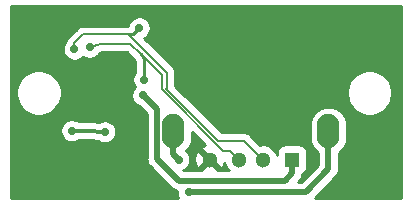
<source format=gbl>
G04 #@! TF.GenerationSoftware,KiCad,Pcbnew,5.1.9-73d0e3b20d~88~ubuntu18.04.1*
G04 #@! TF.CreationDate,2021-03-21T21:20:43-07:00*
G04 #@! TF.ProjectId,accelgyro_mpu6050_d2br2,61636365-6c67-4797-926f-5f6d70753630,rev?*
G04 #@! TF.SameCoordinates,Original*
G04 #@! TF.FileFunction,Copper,L2,Bot*
G04 #@! TF.FilePolarity,Positive*
%FSLAX46Y46*%
G04 Gerber Fmt 4.6, Leading zero omitted, Abs format (unit mm)*
G04 Created by KiCad (PCBNEW 5.1.9-73d0e3b20d~88~ubuntu18.04.1) date 2021-03-21 21:20:43*
%MOMM*%
%LPD*%
G01*
G04 APERTURE LIST*
G04 #@! TA.AperFunction,ComponentPad*
%ADD10R,1.300000X1.300000*%
G04 #@! TD*
G04 #@! TA.AperFunction,ComponentPad*
%ADD11C,1.300000*%
G04 #@! TD*
G04 #@! TA.AperFunction,ComponentPad*
%ADD12O,1.900000X2.900000*%
G04 #@! TD*
G04 #@! TA.AperFunction,ComponentPad*
%ADD13C,0.600000*%
G04 #@! TD*
G04 #@! TA.AperFunction,SMDPad,CuDef*
%ADD14R,2.499360X2.499360*%
G04 #@! TD*
G04 #@! TA.AperFunction,ViaPad*
%ADD15C,0.700000*%
G04 #@! TD*
G04 #@! TA.AperFunction,Conductor*
%ADD16C,0.200000*%
G04 #@! TD*
G04 #@! TA.AperFunction,Conductor*
%ADD17C,0.250000*%
G04 #@! TD*
G04 #@! TA.AperFunction,Conductor*
%ADD18C,0.300000*%
G04 #@! TD*
G04 #@! TA.AperFunction,Conductor*
%ADD19C,0.500000*%
G04 #@! TD*
G04 #@! TA.AperFunction,Conductor*
%ADD20C,0.254000*%
G04 #@! TD*
G04 #@! TA.AperFunction,Conductor*
%ADD21C,0.150000*%
G04 #@! TD*
G04 APERTURE END LIST*
D10*
X159456000Y-105648000D03*
D11*
X156956000Y-105648000D03*
X154956000Y-105648000D03*
X152456000Y-105648000D03*
D12*
X162526000Y-103248000D03*
X149386000Y-103248000D03*
D13*
X143000000Y-100000000D03*
X143762000Y-99238000D03*
X142238000Y-99238000D03*
X143762000Y-100762000D03*
X142238000Y-100762000D03*
D14*
X143000000Y-100000000D03*
D15*
X142300000Y-96150000D03*
X146900000Y-98900000D03*
X141000000Y-96300000D03*
X146500000Y-94500000D03*
X146800000Y-100200000D03*
X143600000Y-103300000D03*
X140800000Y-103200000D03*
X149860000Y-105664000D03*
X150680000Y-108400000D03*
D16*
X143300000Y-95850000D02*
X142300000Y-96150000D01*
X154924000Y-105648000D02*
X154178000Y-104902000D01*
X153602000Y-104902000D02*
X148400000Y-99700000D01*
X148400000Y-99700000D02*
X148400000Y-98500000D01*
X154956000Y-105648000D02*
X154924000Y-105648000D01*
X154178000Y-104902000D02*
X153602000Y-104902000D01*
X145750000Y-95850000D02*
X143300000Y-95850000D01*
X148400000Y-98500000D02*
X146650000Y-96750000D01*
X146650000Y-96750000D02*
X145750000Y-95850000D01*
D17*
X146900000Y-97100000D02*
X146650000Y-96750000D01*
X146900000Y-98900000D02*
X146900000Y-97100000D01*
D16*
X141000000Y-95800000D02*
X141000000Y-96300000D01*
X141750000Y-95050000D02*
X141000000Y-95800000D01*
X145650000Y-95050000D02*
X141750000Y-95050000D01*
X153200000Y-104050000D02*
X148800000Y-99650000D01*
X148844000Y-99606000D02*
X148800000Y-99650000D01*
X145650000Y-95104000D02*
X148844000Y-98298000D01*
X145650000Y-95050000D02*
X145650000Y-95104000D01*
X148844000Y-98298000D02*
X148844000Y-99606000D01*
X154014000Y-104050000D02*
X155358000Y-104050000D01*
X155358000Y-104050000D02*
X156956000Y-105648000D01*
X154014000Y-104050000D02*
X153200000Y-104050000D01*
D17*
X145950000Y-95050000D02*
X145650000Y-95050000D01*
X146500000Y-94500000D02*
X145950000Y-95050000D01*
D18*
X142900000Y-103300000D02*
X143600000Y-103300000D01*
X142800000Y-103200000D02*
X142900000Y-103300000D01*
X140800000Y-103200000D02*
X142800000Y-103200000D01*
D19*
X148000000Y-101400000D02*
X148000000Y-105582000D01*
X146800000Y-100200000D02*
X148000000Y-101400000D01*
X148000000Y-105582000D02*
X149860000Y-107442000D01*
X158812000Y-107442000D02*
X157988000Y-107442000D01*
X159456000Y-106798000D02*
X158812000Y-107442000D01*
X159456000Y-105648000D02*
X159456000Y-106798000D01*
X149860000Y-107442000D02*
X157988000Y-107442000D01*
X160216000Y-108400000D02*
X160586000Y-108400000D01*
X162526000Y-106460000D02*
X162526000Y-103248000D01*
X160586000Y-108400000D02*
X162526000Y-106460000D01*
X149386000Y-103248000D02*
X149386000Y-105190000D01*
X149386000Y-105190000D02*
X149860000Y-105664000D01*
X150680000Y-108400000D02*
X160216000Y-108400000D01*
D20*
X168673000Y-108873000D02*
X161353265Y-108873000D01*
X163115669Y-107110596D01*
X163149133Y-107083133D01*
X163258727Y-106949592D01*
X163340162Y-106797237D01*
X163390310Y-106631922D01*
X163403000Y-106503079D01*
X163403000Y-106503070D01*
X163407242Y-106460001D01*
X163403000Y-106416931D01*
X163403000Y-105067375D01*
X163406373Y-105065572D01*
X163646503Y-104868503D01*
X163843572Y-104628373D01*
X163990007Y-104354412D01*
X164080182Y-104057146D01*
X164103000Y-103825469D01*
X164103000Y-102670531D01*
X164080182Y-102438854D01*
X163990007Y-102141588D01*
X163843572Y-101867627D01*
X163646503Y-101627497D01*
X163406372Y-101430428D01*
X163132411Y-101283993D01*
X162835145Y-101193818D01*
X162526000Y-101163370D01*
X162216854Y-101193818D01*
X161919588Y-101283993D01*
X161645627Y-101430428D01*
X161405497Y-101627497D01*
X161208428Y-101867628D01*
X161061993Y-102141589D01*
X160971818Y-102438855D01*
X160949000Y-102670532D01*
X160949000Y-103825469D01*
X160971818Y-104057146D01*
X161061993Y-104354412D01*
X161208428Y-104628373D01*
X161405498Y-104868503D01*
X161645628Y-105065572D01*
X161649000Y-105067375D01*
X161649000Y-106096735D01*
X160222735Y-107523000D01*
X159971265Y-107523000D01*
X160045668Y-107448597D01*
X160079133Y-107421133D01*
X160188727Y-107287592D01*
X160270162Y-107135237D01*
X160320310Y-106969922D01*
X160322313Y-106949591D01*
X160328607Y-106885686D01*
X160347103Y-106880075D01*
X160456028Y-106821853D01*
X160551501Y-106743501D01*
X160629853Y-106648028D01*
X160688075Y-106539103D01*
X160723927Y-106420913D01*
X160736033Y-106298000D01*
X160736033Y-104998000D01*
X160723927Y-104875087D01*
X160688075Y-104756897D01*
X160629853Y-104647972D01*
X160551501Y-104552499D01*
X160456028Y-104474147D01*
X160347103Y-104415925D01*
X160228913Y-104380073D01*
X160106000Y-104367967D01*
X158806000Y-104367967D01*
X158683087Y-104380073D01*
X158564897Y-104415925D01*
X158455972Y-104474147D01*
X158360499Y-104552499D01*
X158282147Y-104647972D01*
X158223925Y-104756897D01*
X158188073Y-104875087D01*
X158175967Y-104998000D01*
X158175967Y-105256298D01*
X158087663Y-105043114D01*
X157947911Y-104833960D01*
X157770040Y-104656089D01*
X157560886Y-104516337D01*
X157328487Y-104420074D01*
X157081774Y-104371000D01*
X156830226Y-104371000D01*
X156727555Y-104391422D01*
X155897326Y-103561194D01*
X155874554Y-103533446D01*
X155763853Y-103442597D01*
X155637557Y-103375090D01*
X155500517Y-103333520D01*
X155393708Y-103323000D01*
X155358000Y-103319483D01*
X155322292Y-103323000D01*
X153501134Y-103323000D01*
X149988340Y-99810207D01*
X164073000Y-99810207D01*
X164073000Y-100189793D01*
X164147053Y-100562085D01*
X164292315Y-100912777D01*
X164503201Y-101228391D01*
X164771609Y-101496799D01*
X165087223Y-101707685D01*
X165437915Y-101852947D01*
X165810207Y-101927000D01*
X166189793Y-101927000D01*
X166562085Y-101852947D01*
X166912777Y-101707685D01*
X167228391Y-101496799D01*
X167496799Y-101228391D01*
X167707685Y-100912777D01*
X167852947Y-100562085D01*
X167927000Y-100189793D01*
X167927000Y-99810207D01*
X167852947Y-99437915D01*
X167707685Y-99087223D01*
X167496799Y-98771609D01*
X167228391Y-98503201D01*
X166912777Y-98292315D01*
X166562085Y-98147053D01*
X166189793Y-98073000D01*
X165810207Y-98073000D01*
X165437915Y-98147053D01*
X165087223Y-98292315D01*
X164771609Y-98503201D01*
X164503201Y-98771609D01*
X164292315Y-99087223D01*
X164147053Y-99437915D01*
X164073000Y-99810207D01*
X149988340Y-99810207D01*
X149571000Y-99392868D01*
X149571000Y-98333707D01*
X149574517Y-98297999D01*
X149560480Y-98155482D01*
X149518910Y-98018443D01*
X149515029Y-98011182D01*
X149451403Y-97892147D01*
X149360553Y-97781446D01*
X149332816Y-97758683D01*
X146946629Y-95372497D01*
X146962783Y-95365806D01*
X147122801Y-95258885D01*
X147258885Y-95122801D01*
X147365806Y-94962783D01*
X147439454Y-94784980D01*
X147477000Y-94596226D01*
X147477000Y-94403774D01*
X147439454Y-94215020D01*
X147365806Y-94037217D01*
X147258885Y-93877199D01*
X147122801Y-93741115D01*
X146962783Y-93634194D01*
X146784980Y-93560546D01*
X146596226Y-93523000D01*
X146403774Y-93523000D01*
X146215020Y-93560546D01*
X146037217Y-93634194D01*
X145877199Y-93741115D01*
X145741115Y-93877199D01*
X145634194Y-94037217D01*
X145560546Y-94215020D01*
X145542661Y-94304934D01*
X145502582Y-94308881D01*
X145456039Y-94323000D01*
X141785707Y-94323000D01*
X141749999Y-94319483D01*
X141607482Y-94333520D01*
X141575587Y-94343195D01*
X141470443Y-94375090D01*
X141344147Y-94442597D01*
X141233446Y-94533446D01*
X141210679Y-94561189D01*
X140511189Y-95260679D01*
X140483446Y-95283447D01*
X140392597Y-95394148D01*
X140333511Y-95504689D01*
X140325090Y-95520444D01*
X140293399Y-95624915D01*
X140241115Y-95677199D01*
X140134194Y-95837217D01*
X140060546Y-96015020D01*
X140023000Y-96203774D01*
X140023000Y-96396226D01*
X140060546Y-96584980D01*
X140134194Y-96762783D01*
X140241115Y-96922801D01*
X140377199Y-97058885D01*
X140537217Y-97165806D01*
X140715020Y-97239454D01*
X140903774Y-97277000D01*
X141096226Y-97277000D01*
X141284980Y-97239454D01*
X141462783Y-97165806D01*
X141622801Y-97058885D01*
X141734508Y-96947178D01*
X141837217Y-97015806D01*
X142015020Y-97089454D01*
X142203774Y-97127000D01*
X142396226Y-97127000D01*
X142584980Y-97089454D01*
X142762783Y-97015806D01*
X142922801Y-96908885D01*
X143058885Y-96772801D01*
X143135316Y-96658415D01*
X143406698Y-96577000D01*
X145448868Y-96577000D01*
X145999944Y-97128076D01*
X146016603Y-97157033D01*
X146148001Y-97340990D01*
X146148000Y-98270314D01*
X146141115Y-98277199D01*
X146034194Y-98437217D01*
X145960546Y-98615020D01*
X145923000Y-98803774D01*
X145923000Y-98996226D01*
X145960546Y-99184980D01*
X146034194Y-99362783D01*
X146122849Y-99495465D01*
X146041115Y-99577199D01*
X145934194Y-99737217D01*
X145860546Y-99915020D01*
X145823000Y-100103774D01*
X145823000Y-100296226D01*
X145860546Y-100484980D01*
X145934194Y-100662783D01*
X146041115Y-100822801D01*
X146177199Y-100958885D01*
X146337217Y-101065806D01*
X146487995Y-101128260D01*
X147123000Y-101763265D01*
X147123001Y-105538911D01*
X147118757Y-105582000D01*
X147135690Y-105753922D01*
X147185838Y-105919236D01*
X147267274Y-106071592D01*
X147349406Y-106171671D01*
X147349409Y-106171674D01*
X147376868Y-106205133D01*
X147410327Y-106232592D01*
X149209403Y-108031668D01*
X149236867Y-108065133D01*
X149370408Y-108174727D01*
X149522763Y-108256162D01*
X149688078Y-108306310D01*
X149703000Y-108307780D01*
X149703000Y-108496226D01*
X149740546Y-108684980D01*
X149814194Y-108862783D01*
X149821021Y-108873000D01*
X135677000Y-108873000D01*
X135677000Y-103103774D01*
X139823000Y-103103774D01*
X139823000Y-103296226D01*
X139860546Y-103484980D01*
X139934194Y-103662783D01*
X140041115Y-103822801D01*
X140177199Y-103958885D01*
X140337217Y-104065806D01*
X140515020Y-104139454D01*
X140703774Y-104177000D01*
X140896226Y-104177000D01*
X141084980Y-104139454D01*
X141262783Y-104065806D01*
X141395690Y-103977000D01*
X142518287Y-103977000D01*
X142601216Y-104021327D01*
X142747681Y-104065757D01*
X142861834Y-104077000D01*
X142861844Y-104077000D01*
X142899999Y-104080758D01*
X142938155Y-104077000D01*
X143004310Y-104077000D01*
X143137217Y-104165806D01*
X143315020Y-104239454D01*
X143503774Y-104277000D01*
X143696226Y-104277000D01*
X143884980Y-104239454D01*
X144062783Y-104165806D01*
X144222801Y-104058885D01*
X144358885Y-103922801D01*
X144465806Y-103762783D01*
X144539454Y-103584980D01*
X144577000Y-103396226D01*
X144577000Y-103203774D01*
X144539454Y-103015020D01*
X144465806Y-102837217D01*
X144358885Y-102677199D01*
X144222801Y-102541115D01*
X144062783Y-102434194D01*
X143884980Y-102360546D01*
X143696226Y-102323000D01*
X143503774Y-102323000D01*
X143315020Y-102360546D01*
X143137217Y-102434194D01*
X143079434Y-102472803D01*
X142952319Y-102434243D01*
X142838166Y-102423000D01*
X142838163Y-102423000D01*
X142800000Y-102419241D01*
X142761837Y-102423000D01*
X141395690Y-102423000D01*
X141262783Y-102334194D01*
X141084980Y-102260546D01*
X140896226Y-102223000D01*
X140703774Y-102223000D01*
X140515020Y-102260546D01*
X140337217Y-102334194D01*
X140177199Y-102441115D01*
X140041115Y-102577199D01*
X139934194Y-102737217D01*
X139860546Y-102915020D01*
X139823000Y-103103774D01*
X135677000Y-103103774D01*
X135677000Y-99810207D01*
X136073000Y-99810207D01*
X136073000Y-100189793D01*
X136147053Y-100562085D01*
X136292315Y-100912777D01*
X136503201Y-101228391D01*
X136771609Y-101496799D01*
X137087223Y-101707685D01*
X137437915Y-101852947D01*
X137810207Y-101927000D01*
X138189793Y-101927000D01*
X138562085Y-101852947D01*
X138912777Y-101707685D01*
X139228391Y-101496799D01*
X139496799Y-101228391D01*
X139707685Y-100912777D01*
X139852947Y-100562085D01*
X139927000Y-100189793D01*
X139927000Y-99810207D01*
X139852947Y-99437915D01*
X139707685Y-99087223D01*
X139496799Y-98771609D01*
X139228391Y-98503201D01*
X138912777Y-98292315D01*
X138562085Y-98147053D01*
X138189793Y-98073000D01*
X137810207Y-98073000D01*
X137437915Y-98147053D01*
X137087223Y-98292315D01*
X136771609Y-98503201D01*
X136503201Y-98771609D01*
X136292315Y-99087223D01*
X136147053Y-99437915D01*
X136073000Y-99810207D01*
X135677000Y-99810207D01*
X135677000Y-92677000D01*
X168673000Y-92677000D01*
X168673000Y-108873000D01*
G04 #@! TA.AperFunction,Conductor*
D21*
G36*
X168673000Y-108873000D02*
G01*
X161353265Y-108873000D01*
X163115669Y-107110596D01*
X163149133Y-107083133D01*
X163258727Y-106949592D01*
X163340162Y-106797237D01*
X163390310Y-106631922D01*
X163403000Y-106503079D01*
X163403000Y-106503070D01*
X163407242Y-106460001D01*
X163403000Y-106416931D01*
X163403000Y-105067375D01*
X163406373Y-105065572D01*
X163646503Y-104868503D01*
X163843572Y-104628373D01*
X163990007Y-104354412D01*
X164080182Y-104057146D01*
X164103000Y-103825469D01*
X164103000Y-102670531D01*
X164080182Y-102438854D01*
X163990007Y-102141588D01*
X163843572Y-101867627D01*
X163646503Y-101627497D01*
X163406372Y-101430428D01*
X163132411Y-101283993D01*
X162835145Y-101193818D01*
X162526000Y-101163370D01*
X162216854Y-101193818D01*
X161919588Y-101283993D01*
X161645627Y-101430428D01*
X161405497Y-101627497D01*
X161208428Y-101867628D01*
X161061993Y-102141589D01*
X160971818Y-102438855D01*
X160949000Y-102670532D01*
X160949000Y-103825469D01*
X160971818Y-104057146D01*
X161061993Y-104354412D01*
X161208428Y-104628373D01*
X161405498Y-104868503D01*
X161645628Y-105065572D01*
X161649000Y-105067375D01*
X161649000Y-106096735D01*
X160222735Y-107523000D01*
X159971265Y-107523000D01*
X160045668Y-107448597D01*
X160079133Y-107421133D01*
X160188727Y-107287592D01*
X160270162Y-107135237D01*
X160320310Y-106969922D01*
X160322313Y-106949591D01*
X160328607Y-106885686D01*
X160347103Y-106880075D01*
X160456028Y-106821853D01*
X160551501Y-106743501D01*
X160629853Y-106648028D01*
X160688075Y-106539103D01*
X160723927Y-106420913D01*
X160736033Y-106298000D01*
X160736033Y-104998000D01*
X160723927Y-104875087D01*
X160688075Y-104756897D01*
X160629853Y-104647972D01*
X160551501Y-104552499D01*
X160456028Y-104474147D01*
X160347103Y-104415925D01*
X160228913Y-104380073D01*
X160106000Y-104367967D01*
X158806000Y-104367967D01*
X158683087Y-104380073D01*
X158564897Y-104415925D01*
X158455972Y-104474147D01*
X158360499Y-104552499D01*
X158282147Y-104647972D01*
X158223925Y-104756897D01*
X158188073Y-104875087D01*
X158175967Y-104998000D01*
X158175967Y-105256298D01*
X158087663Y-105043114D01*
X157947911Y-104833960D01*
X157770040Y-104656089D01*
X157560886Y-104516337D01*
X157328487Y-104420074D01*
X157081774Y-104371000D01*
X156830226Y-104371000D01*
X156727555Y-104391422D01*
X155897326Y-103561194D01*
X155874554Y-103533446D01*
X155763853Y-103442597D01*
X155637557Y-103375090D01*
X155500517Y-103333520D01*
X155393708Y-103323000D01*
X155358000Y-103319483D01*
X155322292Y-103323000D01*
X153501134Y-103323000D01*
X149988340Y-99810207D01*
X164073000Y-99810207D01*
X164073000Y-100189793D01*
X164147053Y-100562085D01*
X164292315Y-100912777D01*
X164503201Y-101228391D01*
X164771609Y-101496799D01*
X165087223Y-101707685D01*
X165437915Y-101852947D01*
X165810207Y-101927000D01*
X166189793Y-101927000D01*
X166562085Y-101852947D01*
X166912777Y-101707685D01*
X167228391Y-101496799D01*
X167496799Y-101228391D01*
X167707685Y-100912777D01*
X167852947Y-100562085D01*
X167927000Y-100189793D01*
X167927000Y-99810207D01*
X167852947Y-99437915D01*
X167707685Y-99087223D01*
X167496799Y-98771609D01*
X167228391Y-98503201D01*
X166912777Y-98292315D01*
X166562085Y-98147053D01*
X166189793Y-98073000D01*
X165810207Y-98073000D01*
X165437915Y-98147053D01*
X165087223Y-98292315D01*
X164771609Y-98503201D01*
X164503201Y-98771609D01*
X164292315Y-99087223D01*
X164147053Y-99437915D01*
X164073000Y-99810207D01*
X149988340Y-99810207D01*
X149571000Y-99392868D01*
X149571000Y-98333707D01*
X149574517Y-98297999D01*
X149560480Y-98155482D01*
X149518910Y-98018443D01*
X149515029Y-98011182D01*
X149451403Y-97892147D01*
X149360553Y-97781446D01*
X149332816Y-97758683D01*
X146946629Y-95372497D01*
X146962783Y-95365806D01*
X147122801Y-95258885D01*
X147258885Y-95122801D01*
X147365806Y-94962783D01*
X147439454Y-94784980D01*
X147477000Y-94596226D01*
X147477000Y-94403774D01*
X147439454Y-94215020D01*
X147365806Y-94037217D01*
X147258885Y-93877199D01*
X147122801Y-93741115D01*
X146962783Y-93634194D01*
X146784980Y-93560546D01*
X146596226Y-93523000D01*
X146403774Y-93523000D01*
X146215020Y-93560546D01*
X146037217Y-93634194D01*
X145877199Y-93741115D01*
X145741115Y-93877199D01*
X145634194Y-94037217D01*
X145560546Y-94215020D01*
X145542661Y-94304934D01*
X145502582Y-94308881D01*
X145456039Y-94323000D01*
X141785707Y-94323000D01*
X141749999Y-94319483D01*
X141607482Y-94333520D01*
X141575587Y-94343195D01*
X141470443Y-94375090D01*
X141344147Y-94442597D01*
X141233446Y-94533446D01*
X141210679Y-94561189D01*
X140511189Y-95260679D01*
X140483446Y-95283447D01*
X140392597Y-95394148D01*
X140333511Y-95504689D01*
X140325090Y-95520444D01*
X140293399Y-95624915D01*
X140241115Y-95677199D01*
X140134194Y-95837217D01*
X140060546Y-96015020D01*
X140023000Y-96203774D01*
X140023000Y-96396226D01*
X140060546Y-96584980D01*
X140134194Y-96762783D01*
X140241115Y-96922801D01*
X140377199Y-97058885D01*
X140537217Y-97165806D01*
X140715020Y-97239454D01*
X140903774Y-97277000D01*
X141096226Y-97277000D01*
X141284980Y-97239454D01*
X141462783Y-97165806D01*
X141622801Y-97058885D01*
X141734508Y-96947178D01*
X141837217Y-97015806D01*
X142015020Y-97089454D01*
X142203774Y-97127000D01*
X142396226Y-97127000D01*
X142584980Y-97089454D01*
X142762783Y-97015806D01*
X142922801Y-96908885D01*
X143058885Y-96772801D01*
X143135316Y-96658415D01*
X143406698Y-96577000D01*
X145448868Y-96577000D01*
X145999944Y-97128076D01*
X146016603Y-97157033D01*
X146148001Y-97340990D01*
X146148000Y-98270314D01*
X146141115Y-98277199D01*
X146034194Y-98437217D01*
X145960546Y-98615020D01*
X145923000Y-98803774D01*
X145923000Y-98996226D01*
X145960546Y-99184980D01*
X146034194Y-99362783D01*
X146122849Y-99495465D01*
X146041115Y-99577199D01*
X145934194Y-99737217D01*
X145860546Y-99915020D01*
X145823000Y-100103774D01*
X145823000Y-100296226D01*
X145860546Y-100484980D01*
X145934194Y-100662783D01*
X146041115Y-100822801D01*
X146177199Y-100958885D01*
X146337217Y-101065806D01*
X146487995Y-101128260D01*
X147123000Y-101763265D01*
X147123001Y-105538911D01*
X147118757Y-105582000D01*
X147135690Y-105753922D01*
X147185838Y-105919236D01*
X147267274Y-106071592D01*
X147349406Y-106171671D01*
X147349409Y-106171674D01*
X147376868Y-106205133D01*
X147410327Y-106232592D01*
X149209403Y-108031668D01*
X149236867Y-108065133D01*
X149370408Y-108174727D01*
X149522763Y-108256162D01*
X149688078Y-108306310D01*
X149703000Y-108307780D01*
X149703000Y-108496226D01*
X149740546Y-108684980D01*
X149814194Y-108862783D01*
X149821021Y-108873000D01*
X135677000Y-108873000D01*
X135677000Y-103103774D01*
X139823000Y-103103774D01*
X139823000Y-103296226D01*
X139860546Y-103484980D01*
X139934194Y-103662783D01*
X140041115Y-103822801D01*
X140177199Y-103958885D01*
X140337217Y-104065806D01*
X140515020Y-104139454D01*
X140703774Y-104177000D01*
X140896226Y-104177000D01*
X141084980Y-104139454D01*
X141262783Y-104065806D01*
X141395690Y-103977000D01*
X142518287Y-103977000D01*
X142601216Y-104021327D01*
X142747681Y-104065757D01*
X142861834Y-104077000D01*
X142861844Y-104077000D01*
X142899999Y-104080758D01*
X142938155Y-104077000D01*
X143004310Y-104077000D01*
X143137217Y-104165806D01*
X143315020Y-104239454D01*
X143503774Y-104277000D01*
X143696226Y-104277000D01*
X143884980Y-104239454D01*
X144062783Y-104165806D01*
X144222801Y-104058885D01*
X144358885Y-103922801D01*
X144465806Y-103762783D01*
X144539454Y-103584980D01*
X144577000Y-103396226D01*
X144577000Y-103203774D01*
X144539454Y-103015020D01*
X144465806Y-102837217D01*
X144358885Y-102677199D01*
X144222801Y-102541115D01*
X144062783Y-102434194D01*
X143884980Y-102360546D01*
X143696226Y-102323000D01*
X143503774Y-102323000D01*
X143315020Y-102360546D01*
X143137217Y-102434194D01*
X143079434Y-102472803D01*
X142952319Y-102434243D01*
X142838166Y-102423000D01*
X142838163Y-102423000D01*
X142800000Y-102419241D01*
X142761837Y-102423000D01*
X141395690Y-102423000D01*
X141262783Y-102334194D01*
X141084980Y-102260546D01*
X140896226Y-102223000D01*
X140703774Y-102223000D01*
X140515020Y-102260546D01*
X140337217Y-102334194D01*
X140177199Y-102441115D01*
X140041115Y-102577199D01*
X139934194Y-102737217D01*
X139860546Y-102915020D01*
X139823000Y-103103774D01*
X135677000Y-103103774D01*
X135677000Y-99810207D01*
X136073000Y-99810207D01*
X136073000Y-100189793D01*
X136147053Y-100562085D01*
X136292315Y-100912777D01*
X136503201Y-101228391D01*
X136771609Y-101496799D01*
X137087223Y-101707685D01*
X137437915Y-101852947D01*
X137810207Y-101927000D01*
X138189793Y-101927000D01*
X138562085Y-101852947D01*
X138912777Y-101707685D01*
X139228391Y-101496799D01*
X139496799Y-101228391D01*
X139707685Y-100912777D01*
X139852947Y-100562085D01*
X139927000Y-100189793D01*
X139927000Y-99810207D01*
X139852947Y-99437915D01*
X139707685Y-99087223D01*
X139496799Y-98771609D01*
X139228391Y-98503201D01*
X138912777Y-98292315D01*
X138562085Y-98147053D01*
X138189793Y-98073000D01*
X137810207Y-98073000D01*
X137437915Y-98147053D01*
X137087223Y-98292315D01*
X136771609Y-98503201D01*
X136503201Y-98771609D01*
X136292315Y-99087223D01*
X136147053Y-99437915D01*
X136073000Y-99810207D01*
X135677000Y-99810207D01*
X135677000Y-92677000D01*
X168673000Y-92677000D01*
X168673000Y-108873000D01*
G37*
G04 #@! TD.AperFunction*
D20*
X152086497Y-104414630D02*
X151892104Y-104486422D01*
X151803466Y-104533799D01*
X151750078Y-104762473D01*
X152456000Y-105468395D01*
X152470143Y-105454253D01*
X152649748Y-105633858D01*
X152635605Y-105648000D01*
X153341527Y-106353922D01*
X153570201Y-106300534D01*
X153676095Y-106070626D01*
X153709953Y-105929386D01*
X153728074Y-106020487D01*
X153824337Y-106252886D01*
X153964089Y-106462040D01*
X154067049Y-106565000D01*
X153154574Y-106565000D01*
X153161922Y-106533527D01*
X152456000Y-105827605D01*
X151750078Y-106533527D01*
X151757426Y-106565000D01*
X150237817Y-106565000D01*
X150322783Y-106529806D01*
X150482801Y-106422885D01*
X150618885Y-106286801D01*
X150725806Y-106126783D01*
X150799454Y-105948980D01*
X150837000Y-105760226D01*
X150837000Y-105724455D01*
X151167048Y-105724455D01*
X151206730Y-105974449D01*
X151294422Y-106211896D01*
X151341799Y-106300534D01*
X151570473Y-106353922D01*
X152276395Y-105648000D01*
X151570473Y-104942078D01*
X151341799Y-104995466D01*
X151235905Y-105225374D01*
X151176898Y-105471524D01*
X151167048Y-105724455D01*
X150837000Y-105724455D01*
X150837000Y-105567774D01*
X150799454Y-105379020D01*
X150725806Y-105201217D01*
X150618885Y-105041199D01*
X150482801Y-104905115D01*
X150471275Y-104897414D01*
X150506503Y-104868503D01*
X150703572Y-104628373D01*
X150850007Y-104354412D01*
X150940182Y-104057146D01*
X150963000Y-103825469D01*
X150963000Y-103291133D01*
X152086497Y-104414630D01*
G04 #@! TA.AperFunction,Conductor*
D21*
G36*
X152086497Y-104414630D02*
G01*
X151892104Y-104486422D01*
X151803466Y-104533799D01*
X151750078Y-104762473D01*
X152456000Y-105468395D01*
X152470143Y-105454253D01*
X152649748Y-105633858D01*
X152635605Y-105648000D01*
X153341527Y-106353922D01*
X153570201Y-106300534D01*
X153676095Y-106070626D01*
X153709953Y-105929386D01*
X153728074Y-106020487D01*
X153824337Y-106252886D01*
X153964089Y-106462040D01*
X154067049Y-106565000D01*
X153154574Y-106565000D01*
X153161922Y-106533527D01*
X152456000Y-105827605D01*
X151750078Y-106533527D01*
X151757426Y-106565000D01*
X150237817Y-106565000D01*
X150322783Y-106529806D01*
X150482801Y-106422885D01*
X150618885Y-106286801D01*
X150725806Y-106126783D01*
X150799454Y-105948980D01*
X150837000Y-105760226D01*
X150837000Y-105724455D01*
X151167048Y-105724455D01*
X151206730Y-105974449D01*
X151294422Y-106211896D01*
X151341799Y-106300534D01*
X151570473Y-106353922D01*
X152276395Y-105648000D01*
X151570473Y-104942078D01*
X151341799Y-104995466D01*
X151235905Y-105225374D01*
X151176898Y-105471524D01*
X151167048Y-105724455D01*
X150837000Y-105724455D01*
X150837000Y-105567774D01*
X150799454Y-105379020D01*
X150725806Y-105201217D01*
X150618885Y-105041199D01*
X150482801Y-104905115D01*
X150471275Y-104897414D01*
X150506503Y-104868503D01*
X150703572Y-104628373D01*
X150850007Y-104354412D01*
X150940182Y-104057146D01*
X150963000Y-103825469D01*
X150963000Y-103291133D01*
X152086497Y-104414630D01*
G37*
G04 #@! TD.AperFunction*
M02*

</source>
